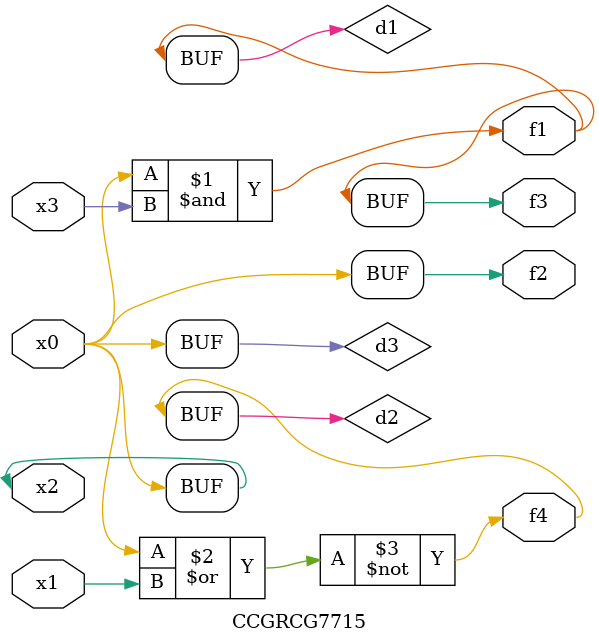
<source format=v>
module CCGRCG7715(
	input x0, x1, x2, x3,
	output f1, f2, f3, f4
);

	wire d1, d2, d3;

	and (d1, x2, x3);
	nor (d2, x0, x1);
	buf (d3, x0, x2);
	assign f1 = d1;
	assign f2 = d3;
	assign f3 = d1;
	assign f4 = d2;
endmodule

</source>
